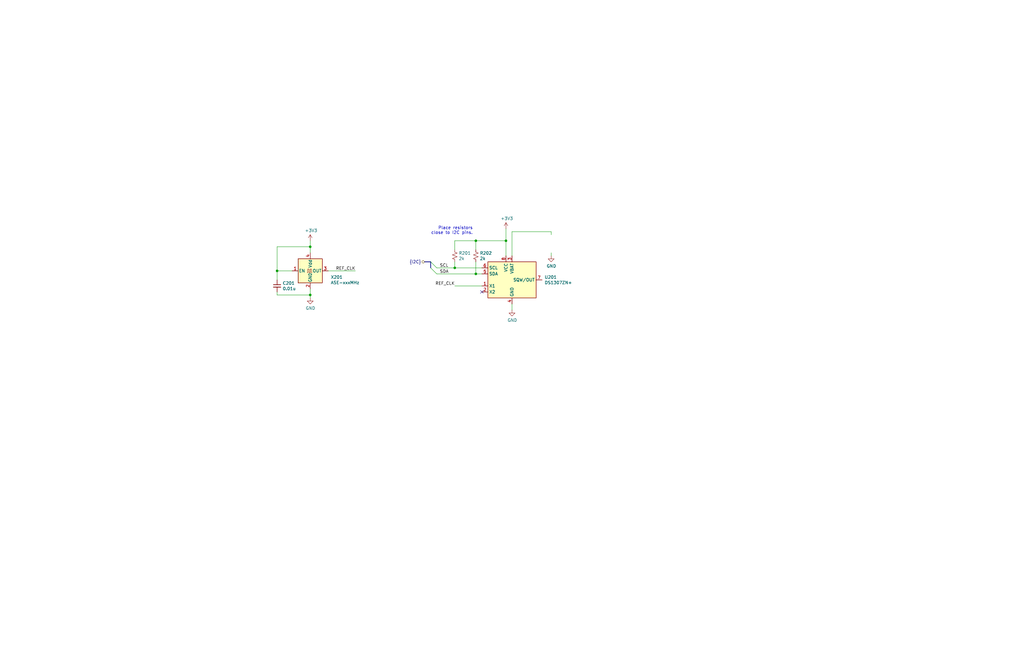
<source format=kicad_sch>
(kicad_sch (version 20200714) (host eeschema "5.99.0-unknown-bf445c1~102~ubuntu20.04.1")
  (page 1 15)
  (paper "B")
  (title_block (title "Real Time Clock") (date "2020-06-25") (rev "1.0") (comment 1 "Drawn by: Cameron McQuinn"))
  (lib_symbols
    (symbol "Device:C_Small" (pin_numbers hide) (pin_names (offset 0.254) hide)
      (property "Reference" "C" (at 0.254 1.778 0))
      (property "Value" "C_Small" (at 0.254 -2.032 0))
      (symbol "C_Small_0_1"
        (polyline (pts (xy -1.524 -0.508) (xy 1.524 -0.508)) (stroke (width 0.3302)))
        (polyline (pts (xy -1.524 0.508) (xy 1.524 0.508)) (stroke (width 0.3048)))
      )
      (symbol "C_Small_1_1"
        (pin passive line (at 0 2.54 270) (length 2.032) (name "~") (number "1"))
        (pin passive line (at 0 -2.54 90) (length 2.032) (name "~") (number "2"))
      )
    )
    (symbol "Device:R_Small_US" (pin_numbers hide) (pin_names (offset 0.254) hide)
      (property "Reference" "R" (at 0.762 0.508 0))
      (property "Value" "R_Small_US" (at 0.762 -1.016 0))
      (symbol "R_Small_US_1_1"
        (polyline (pts (xy 0 0) (xy 1.016 -0.381) (xy 0 -0.762) (xy -1.016 -1.143) (xy 0 -1.524)))
        (polyline (pts (xy 0 1.524) (xy 1.016 1.143) (xy 0 0.762) (xy -1.016 0.381) (xy 0 0)))
        (pin passive line (at 0 2.54 270) (length 1.016) (name "~") (number "1"))
        (pin passive line (at 0 -2.54 90) (length 1.016) (name "~") (number "2"))
      )
    )
    (symbol "Oscillator:ASE-xxxMHz" (pin_names (offset 0.254))
      (property "Reference" "X" (at -5.08 6.35 0))
      (property "Value" "ASE-xxxMHz" (at 1.27 -6.35 0))
      (symbol "ASE-xxxMHz_0_1"
        (rectangle (start -5.08 5.08) (end 5.08 -5.08) (stroke (width 0.254)) (fill (type background)))
        (polyline (pts (xy -1.27 -0.762) (xy -1.016 -0.762) (xy -1.016 0.762) (xy -0.508 0.762) (xy -0.508 -0.762) (xy 0 -0.762) (xy 0 0.762) (xy 0.508 0.762) (xy 0.508 -0.762) (xy 0.762 -0.762)))
      )
      (symbol "ASE-xxxMHz_1_1"
        (pin input line (at -7.62 0 0) (length 2.54) (name "EN") (number "1"))
        (pin power_in line (at 0 -7.62 90) (length 2.54) (name "GND") (number "2"))
        (pin output line (at 7.62 0 180) (length 2.54) (name "OUT") (number "3"))
        (pin power_in line (at 0 7.62 270) (length 2.54) (name "Vdd") (number "4"))
      )
    )
    (symbol "Timer_RTC:DS1307ZN+" (pin_names (offset 0.508))
      (property "Reference" "U" (at -8.89 8.89 0))
      (property "Value" "DS1307ZN+" (at 1.27 8.89 0))
      (symbol "DS1307ZN+_0_1"
        (rectangle (start -10.16 7.62) (end 10.16 -7.62) (stroke (width 0.254)) (fill (type background)))
      )
      (symbol "DS1307ZN+_1_1"
        (pin input line (at -12.7 -2.54 0) (length 2.54) (name "X1") (number "1"))
        (pin input line (at -12.7 -5.08 0) (length 2.54) (name "X2") (number "2"))
        (pin power_in line (at 0 10.16 270) (length 2.54) (name "VBAT") (number "3"))
        (pin power_in line (at 0 -10.16 90) (length 2.54) (name "GND") (number "4"))
        (pin bidirectional line (at -12.7 2.54 0) (length 2.54) (name "SDA") (number "5"))
        (pin input line (at -12.7 5.08 0) (length 2.54) (name "SCL") (number "6"))
        (pin open_collector line (at 12.7 0 180) (length 2.54) (name "SQW/OUT") (number "7"))
        (pin power_in line (at -2.54 10.16 270) (length 2.54) (name "VCC") (number "8"))
      )
    )
    (symbol "power:+3V3" (power) (pin_names (offset 0))
      (property "Value" "+3V3" (at 0 3.556 0))
      (symbol "+3V3_0_1"
        (polyline (pts (xy -0.762 1.27) (xy 0 2.54)))
        (polyline (pts (xy 0 0) (xy 0 2.54)))
        (polyline (pts (xy 0 2.54) (xy 0.762 1.27)))
      )
      (symbol "+3V3_1_1"
        (pin power_in line (at 0 0 90) (length 0) hide (name "+3V3") (number "1"))
      )
    )
    (symbol "power:GND" (power) (pin_names (offset 0))
      (property "Value" "GND" (at 0 -3.81 0))
      (symbol "GND_0_1"
        (polyline (pts (xy 0 0) (xy 0 -1.27) (xy 1.27 -1.27) (xy 0 -2.54) (xy -1.27 -1.27) (xy 0 -1.27)))
      )
      (symbol "GND_1_1"
        (pin power_in line (at 0 0 270) (length 0) hide (name "GND") (number "1"))
      )
    )
  )
  (junction (at 116.84 114.3))
  (junction (at 130.81 104.14))
  (junction (at 130.81 124.46))
  (junction (at 191.77 113.03))
  (junction (at 200.66 101.6))
  (junction (at 200.66 115.57))
  (junction (at 213.36 101.6))
  (no_connect (at 203.2 123.19))
  (bus_entry (at 181.61 110.49) (size 2.54 2.54) (stroke (width 0.1524)))
  (bus_entry (at 181.61 113.03) (size 2.54 2.54) (stroke (width 0.1524)))
  (wire (pts (xy 116.84 104.14) (xy 116.84 114.3)))
  (wire (pts (xy 116.84 114.3) (xy 116.84 118.11)))
  (wire (pts (xy 116.84 114.3) (xy 123.19 114.3)))
  (wire (pts (xy 116.84 124.46) (xy 116.84 123.19)))
  (wire (pts (xy 116.84 124.46) (xy 130.81 124.46)))
  (wire (pts (xy 130.81 101.6) (xy 130.81 104.14)))
  (wire (pts (xy 130.81 104.14) (xy 116.84 104.14)))
  (wire (pts (xy 130.81 106.68) (xy 130.81 104.14)))
  (wire (pts (xy 130.81 121.92) (xy 130.81 124.46)))
  (wire (pts (xy 130.81 124.46) (xy 130.81 125.73)))
  (wire (pts (xy 138.43 114.3) (xy 149.86 114.3)))
  (wire (pts (xy 184.15 113.03) (xy 191.77 113.03)))
  (wire (pts (xy 184.15 115.57) (xy 200.66 115.57)))
  (wire (pts (xy 191.77 101.6) (xy 191.77 105.41)))
  (wire (pts (xy 191.77 110.49) (xy 191.77 113.03)))
  (wire (pts (xy 191.77 113.03) (xy 203.2 113.03)))
  (wire (pts (xy 200.66 101.6) (xy 191.77 101.6)))
  (wire (pts (xy 200.66 101.6) (xy 200.66 105.41)))
  (wire (pts (xy 200.66 110.49) (xy 200.66 115.57)))
  (wire (pts (xy 200.66 115.57) (xy 203.2 115.57)))
  (wire (pts (xy 203.2 120.65) (xy 191.77 120.65)))
  (wire (pts (xy 213.36 96.52) (xy 213.36 101.6)))
  (wire (pts (xy 213.36 101.6) (xy 200.66 101.6)))
  (wire (pts (xy 213.36 101.6) (xy 213.36 107.95)))
  (wire (pts (xy 215.9 97.79) (xy 232.41 97.79)))
  (wire (pts (xy 215.9 107.95) (xy 215.9 97.79)))
  (wire (pts (xy 215.9 128.27) (xy 215.9 130.81)))
  (wire (pts (xy 232.41 97.79) (xy 232.41 99.06)))
  (wire (pts (xy 232.41 106.68) (xy 232.41 107.95)))
  (bus (pts (xy 179.07 110.49) (xy 181.61 110.49)))
  (bus (pts (xy 181.61 110.49) (xy 181.61 113.03)))
  (text "Place resistors\nclose to I2C pins." (at 199.39 99.06 180) (effects (font (size 1.27 1.27)) (justify right bottom)))
  (label "REF_CLK" (at 149.86 114.3 180))
  (label "SCL" (at 185.42 113.03 0))
  (label "SDA" (at 185.42 115.57 0))
  (label "REF_CLK" (at 191.77 120.65 180))
  (hierarchical_label "{I2C}" (shape bidirectional) (at 179.07 110.49 180))
  (symbol (lib_id "power:+3V3") (at 130.81 101.6 0) (unit 1)
    (property "Reference" "#PWR0201" (effects hide))
    (property "Value" "+3V3" (at 131.1783 97.2756 0))
  )
  (symbol (lib_id "power:+3V3") (at 213.36 96.52 0) (unit 1)
    (property "Reference" "#PWR0203" (effects hide))
    (property "Value" "+3V3" (at 213.7283 92.1956 0))
  )
  (symbol (lib_id "power:GND") (at 130.81 125.73 0) (unit 1)
    (property "Reference" "#PWR0202" (effects hide))
    (property "Value" "GND" (at 130.9243 130.0544 0))
  )
  (symbol (lib_id "power:GND") (at 215.9 130.81 0) (unit 1)
    (property "Reference" "#PWR0204" (effects hide))
    (property "Value" "GND" (at 216.0143 135.1344 0))
  )
  (symbol (lib_id "power:GND") (at 232.41 107.95 0) (unit 1)
    (property "Reference" "#PWR0205" (effects hide))
    (property "Value" "GND" (at 232.5243 112.2744 0))
  )
  (symbol (lib_id "Device:R_Small_US") (at 191.77 107.95 0) (unit 1)
    (property "Reference" "R201" (at 193.4211 106.8006 0) (effects (justify left)))
    (property "Value" "2k" (at 193.4211 109.0993 0) (effects (justify left)))
    (property "Footprint" "Resistor_SMD:R_0603_1608Metric" (effects hide))
  )
  (symbol (lib_id "Device:R_Small_US") (at 200.66 107.95 0) (unit 1)
    (property "Reference" "R202" (at 202.3111 106.8006 0) (effects (justify left)))
    (property "Value" "2k" (at 202.3111 109.0993 0) (effects (justify left)))
    (property "Footprint" "Resistor_SMD:R_0603_1608Metric" (effects hide))
  )
  (symbol (lib_id "Device:C_Small") (at 116.84 120.65 0) (unit 1)
    (property "Reference" "C201" (at 119.1642 119.5006 0) (effects (justify left)))
    (property "Value" "0.01u" (at 119.1642 121.7993 0) (effects (justify left)))
    (property "Footprint" "Capacitor_SMD:C_0402_1005Metric" (effects hide))
  )
  (symbol (lib_id "Oscillator:ASE-xxxMHz") (at 130.81 114.3 0) (unit 1)
    (property "Reference" "X201" (at 139.4461 116.9606 0) (effects (justify left)))
    (property "Value" "ASE-xxxMHz" (at 139.4461 119.2593 0) (effects (justify left)))
    (property "Footprint" "Oscillator:Oscillator_SMD_Abracon_ASE-4Pin_3.2x2.5mm" (effects hide))
    (property "Datasheet" "http://www.abracon.com/Oscillators/ASV.pdf" (effects hide))
  )
  (symbol (lib_id "Timer_RTC:DS1307ZN+") (at 215.9 118.11 0) (unit 1)
    (property "Reference" "U201" (at 229.6161 116.9606 0) (effects (justify left)))
    (property "Value" "DS1307ZN+" (at 229.6161 119.2593 0) (effects (justify left)))
    (property "Footprint" "Package_SO:SOIC-8_3.9x4.9mm_P1.27mm" (effects hide))
    (property "Datasheet" "https://datasheets.maximintegrated.com/en/ds/DS1307.pdf" (effects hide))
  )
)
</source>
